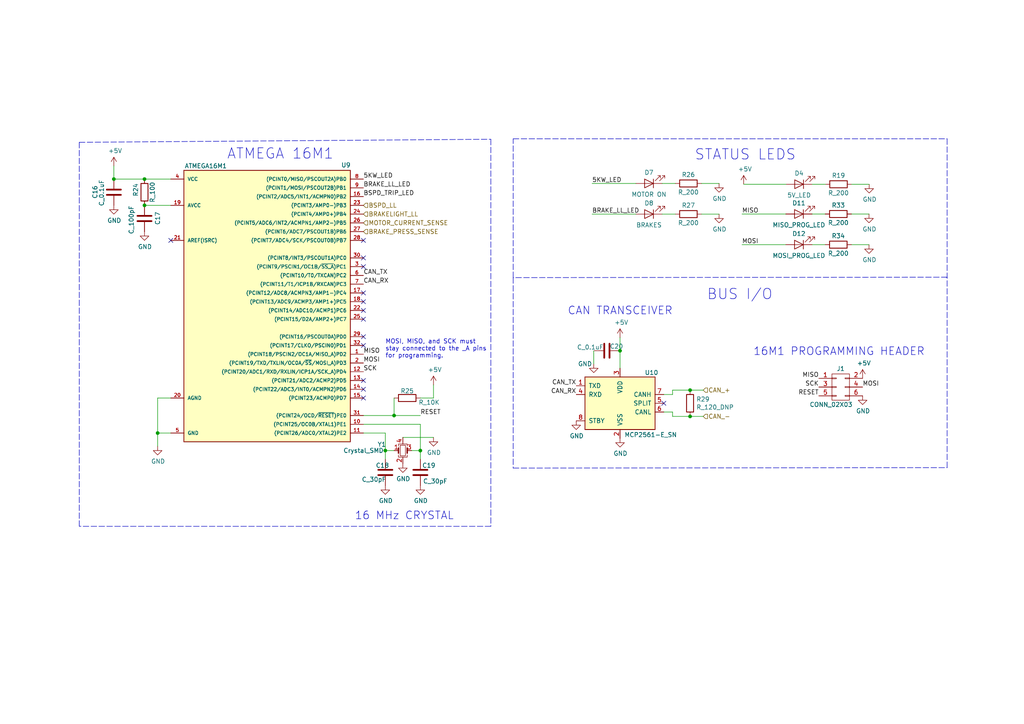
<source format=kicad_sch>
(kicad_sch (version 20211123) (generator eeschema)
  (paper "A4")
  (lib_symbols
    (symbol "formula:ATMEGA16M1" (pin_names (offset 1.016))
      (property "Reference" "U" (at -24.13 46.482 0))
      (property "Value" "ATMEGA16M1" (at 12.7 -35.56 0))
      (symbol "ATMEGA16M1_0_1"
        (rectangle (start -24.13 45.72) (end 24.13 -33.02) (stroke (width 0.254)) (fill (type background)))
      )
      (symbol "ATMEGA16M1_1_1"
        (pin bidirectional line (at 27.94 -7.62 180) (length 3.81) (name "(PCINT18/PSCIN2/OC1A/MISO_A)PD2") (number "1"))
        (pin bidirectional line (at 27.94 -27.94 180) (length 3.81) (name "(PCINT25/OC0B/XTAL1)PE1") (number "10"))
        (pin bidirectional line (at 27.94 -30.48 180) (length 3.81) (name "(PCINT26/ADC0/XTAL2)PE2") (number "11"))
        (pin bidirectional line (at 27.94 -12.7 180) (length 3.81) (name "(PCINT20/ADC1/RXD/RXLIN/ICP1A/SCK_A)PD4") (number "12"))
        (pin bidirectional line (at 27.94 -15.24 180) (length 3.81) (name "(PCINT21/ADC2/ACMP2)PD5") (number "13"))
        (pin bidirectional line (at 27.94 -17.78 180) (length 3.81) (name "(PCINT22/ADC3/INT0/ACMPN2)PD6") (number "14"))
        (pin bidirectional line (at 27.94 -20.32 180) (length 3.81) (name "(PCINT23/ACMP0)PD7") (number "15"))
        (pin bidirectional line (at 27.94 38.1 180) (length 3.81) (name "(PCINT2/ADC5/INT1/ACMPN0)PB2") (number "16"))
        (pin bidirectional line (at 27.94 10.16 180) (length 3.81) (name "(PCINT12/ADC8/ACMPN3/AMP1-)PC4") (number "17"))
        (pin bidirectional line (at 27.94 7.62 180) (length 3.81) (name "(PCINT13/ADC9/ACMP3/AMP1+)PC5") (number "18"))
        (pin power_in line (at -27.94 35.56 0) (length 3.81) (name "AVCC") (number "19"))
        (pin bidirectional line (at 27.94 -10.16 180) (length 3.81) (name "(PCINT19/TXD/TXLIN/OC0A/~{SS}/MOSI_A)PD3") (number "2"))
        (pin power_in line (at -27.94 -20.32 0) (length 3.81) (name "AGND") (number "20"))
        (pin power_in line (at -27.94 25.4 0) (length 3.81) (name "AREF(ISRC)") (number "21"))
        (pin bidirectional line (at 27.94 5.08 180) (length 3.81) (name "(PCINT14/ADC10/ACMP1)PC6") (number "22"))
        (pin bidirectional line (at 27.94 35.56 180) (length 3.81) (name "(PCINT3/AMP0-)PB3") (number "23"))
        (pin bidirectional line (at 27.94 33.02 180) (length 3.81) (name "(PCINT4/AMP0+)PB4") (number "24"))
        (pin bidirectional line (at 27.94 2.54 180) (length 3.81) (name "(PCINT15/D2A/AMP2+)PC7") (number "25"))
        (pin bidirectional line (at 27.94 30.48 180) (length 3.81) (name "(PCINT5/ADC6/INT2/ACMPN1/AMP2-)PB5") (number "26"))
        (pin bidirectional line (at 27.94 27.94 180) (length 3.81) (name "(PCINT6/ADC7/PSCOUT1B)PB6") (number "27"))
        (pin bidirectional line (at 27.94 25.4 180) (length 3.81) (name "(PCINT7/ADC4/SCK/PSCOUT0B)PB7") (number "28"))
        (pin bidirectional line (at 27.94 -2.54 180) (length 3.81) (name "(PCINT16/PSCOUT0A)PD0") (number "29"))
        (pin bidirectional line (at 27.94 17.78 180) (length 3.81) (name "(PCINT9/PSCIN1/OC1B/~{SS_A})PC1") (number "3"))
        (pin bidirectional line (at 27.94 20.32 180) (length 3.81) (name "(PCINT8/INT3/PSCOUT1A)PC0") (number "30"))
        (pin bidirectional line (at 27.94 -25.4 180) (length 3.81) (name "(PCINT24/OCD/~{RESET})PE0") (number "31"))
        (pin bidirectional line (at 27.94 -5.08 180) (length 3.81) (name "(PCINT17/CLKO/PSCIN0)PD1") (number "32"))
        (pin power_in line (at -27.94 43.18 0) (length 3.81) (name "VCC") (number "4"))
        (pin power_in line (at -27.94 -30.48 0) (length 3.81) (name "GND") (number "5"))
        (pin bidirectional line (at 27.94 15.24 180) (length 3.81) (name "(PCINT10/T0/TXCAN)PC2") (number "6"))
        (pin bidirectional line (at 27.94 12.7 180) (length 3.81) (name "(PCINT11/T1/ICP1B/RXCAN)PC3") (number "7"))
        (pin bidirectional line (at 27.94 43.18 180) (length 3.81) (name "(PCINT0/MISO/PSCOUT2A)PB0") (number "8"))
        (pin bidirectional line (at 27.94 40.64 180) (length 3.81) (name "(PCINT1/MOSI/PSCOUT2B)PB1") (number "9"))
      )
    )
    (symbol "formula:CONN_02X03" (pin_names (offset 0.0254) hide)
      (property "Reference" "J" (at 0 5.08 0))
      (property "Value" "CONN_02X03" (at 0 -5.08 0))
      (symbol "CONN_02X03_0_1"
        (rectangle (start -2.54 -2.413) (end -1.27 -2.667))
        (rectangle (start -2.54 0.127) (end -1.27 -0.127))
        (rectangle (start -2.54 2.667) (end -1.27 2.413))
        (rectangle (start -2.54 3.81) (end 2.54 -3.81))
        (rectangle (start 1.27 -2.413) (end 2.54 -2.667))
        (rectangle (start 1.27 0.127) (end 2.54 -0.127))
        (rectangle (start 1.27 2.667) (end 2.54 2.413))
      )
      (symbol "CONN_02X03_1_1"
        (pin passive line (at -6.35 2.54 0) (length 3.81) (name "P1") (number "1"))
        (pin passive line (at 6.35 2.54 180) (length 3.81) (name "P2") (number "2"))
        (pin passive line (at -6.35 0 0) (length 3.81) (name "P3") (number "3"))
        (pin passive line (at 6.35 0 180) (length 3.81) (name "P4") (number "4"))
        (pin passive line (at -6.35 -2.54 0) (length 3.81) (name "P5") (number "5"))
        (pin passive line (at 6.35 -2.54 180) (length 3.81) (name "P6") (number "6"))
      )
    )
    (symbol "formula:C_0.1uF" (pin_numbers hide) (pin_names (offset 0.254))
      (property "Reference" "C" (at 0.635 2.54 0))
      (property "Value" "C_0.1uF" (at 0.635 -2.54 0))
      (symbol "C_0.1uF_0_1"
        (polyline (pts (xy -2.032 -0.762) (xy 2.032 -0.762)) (stroke (width 0.508)))
        (polyline (pts (xy -2.032 0.762) (xy 2.032 0.762)) (stroke (width 0.508)))
      )
      (symbol "C_0.1uF_1_1"
        (pin passive line (at 0 3.81 270) (length 2.794) (name "~") (number "1"))
        (pin passive line (at 0 -3.81 90) (length 2.794) (name "~") (number "2"))
      )
    )
    (symbol "formula:C_100pF" (pin_numbers hide) (pin_names (offset 0.254))
      (property "Reference" "C" (at 0.635 2.54 0))
      (property "Value" "C_100pF" (at 0.635 -2.54 0))
      (symbol "C_100pF_0_1"
        (polyline (pts (xy -2.032 -0.762) (xy 2.032 -0.762)) (stroke (width 0.508)))
        (polyline (pts (xy -2.032 0.762) (xy 2.032 0.762)) (stroke (width 0.508)))
      )
      (symbol "C_100pF_1_1"
        (pin passive line (at 0 3.81 270) (length 2.794) (name "~") (number "1"))
        (pin passive line (at 0 -3.81 90) (length 2.794) (name "~") (number "2"))
      )
    )
    (symbol "formula:C_30pF" (pin_numbers hide) (pin_names (offset 0.254))
      (property "Reference" "C" (at 0.635 2.54 0))
      (property "Value" "C_30pF" (at 0.635 -2.54 0))
      (symbol "C_30pF_0_1"
        (polyline (pts (xy -2.032 -0.762) (xy 2.032 -0.762)) (stroke (width 0.508)))
        (polyline (pts (xy -2.032 0.762) (xy 2.032 0.762)) (stroke (width 0.508)))
      )
      (symbol "C_30pF_1_1"
        (pin passive line (at 0 3.81 270) (length 2.794) (name "~") (number "1"))
        (pin passive line (at 0 -3.81 90) (length 2.794) (name "~") (number "2"))
      )
    )
    (symbol "formula:Crystal_SMD" (pin_names (offset 1.016) hide)
      (property "Reference" "Y" (at 1.27 4.445 0))
      (property "Value" "Crystal_SMD" (at 1.27 2.54 0))
      (symbol "Crystal_SMD_0_1"
        (rectangle (start -0.762 -1.524) (end 0.762 1.524))
        (polyline (pts (xy -1.27 -0.762) (xy -1.27 0.762)) (stroke (width 0.381)))
        (polyline (pts (xy 1.27 -0.762) (xy 1.27 0.762)) (stroke (width 0.381)))
        (polyline (pts (xy -1.27 -1.27) (xy -1.27 -1.905) (xy 1.27 -1.905) (xy 1.27 -1.27)))
        (polyline (pts (xy -1.27 1.27) (xy -1.27 1.905) (xy 1.27 1.905) (xy 1.27 1.27)))
      )
      (symbol "Crystal_SMD_1_1"
        (pin passive line (at -2.54 0 0) (length 1.27) (name "1") (number "1"))
        (pin passive line (at 0 -3.81 90) (length 1.905) (name "2") (number "2"))
        (pin passive line (at 2.54 0 180) (length 1.27) (name "3") (number "3"))
        (pin passive line (at 0 3.81 270) (length 1.905) (name "4") (number "4"))
      )
    )
    (symbol "formula:LED_0805_Amber" (pin_numbers hide) (pin_names (offset 1.016) hide)
      (property "Reference" "D" (at 0 -2.54 0))
      (property "Value" "LED_0805_Amber" (at 0 2.54 0))
      (symbol "LED_0805_Amber_0_1"
        (polyline (pts (xy -1.27 -1.27) (xy -1.27 1.27)) (stroke (width 0.2032)))
        (polyline (pts (xy -1.27 0) (xy 1.27 0)))
        (polyline (pts (xy 1.27 -1.27) (xy 1.27 1.27) (xy -1.27 0) (xy 1.27 -1.27)) (stroke (width 0.2032)))
        (polyline (pts (xy -3.048 -0.762) (xy -4.572 -2.286) (xy -3.81 -2.286) (xy -4.572 -2.286) (xy -4.572 -1.524)))
        (polyline (pts (xy -1.778 -0.762) (xy -3.302 -2.286) (xy -2.54 -2.286) (xy -3.302 -2.286) (xy -3.302 -1.524)))
      )
      (symbol "LED_0805_Amber_1_1"
        (pin passive line (at -3.81 0 0) (length 2.54) (name "K") (number "1"))
        (pin passive line (at 3.81 0 180) (length 2.54) (name "A") (number "2"))
      )
    )
    (symbol "formula:MCP2561-E_SN" (pin_names (offset 1.016))
      (property "Reference" "U" (at -10.16 8.89 0))
      (property "Value" "MCP2561-E_SN" (at 2.54 8.89 0))
      (symbol "MCP2561-E_SN_0_1"
        (rectangle (start -10.16 7.62) (end 10.16 -7.62) (stroke (width 0.254)) (fill (type background)))
      )
      (symbol "MCP2561-E_SN_1_1"
        (pin input line (at -12.7 5.08 0) (length 2.54) (name "TXD") (number "1"))
        (pin power_in line (at 0 -10.16 90) (length 2.54) (name "VSS") (number "2"))
        (pin power_in line (at 0 10.16 270) (length 2.54) (name "VDD") (number "3"))
        (pin output line (at -12.7 2.54 0) (length 2.54) (name "RXD") (number "4"))
        (pin passive line (at 12.7 0 180) (length 2.54) (name "SPLIT") (number "5"))
        (pin bidirectional line (at 12.7 -2.54 180) (length 2.54) (name "CANL") (number "6"))
        (pin bidirectional line (at 12.7 2.54 180) (length 2.54) (name "CANH") (number "7"))
        (pin input line (at -12.7 -5.08 0) (length 2.54) (name "STBY") (number "8"))
      )
    )
    (symbol "formula:R_100" (pin_numbers hide) (pin_names (offset 0))
      (property "Reference" "R" (at 2.032 0 90))
      (property "Value" "R_100" (at -2.54 0 90))
      (symbol "R_100_0_1"
        (rectangle (start -1.016 -2.54) (end 1.016 2.54) (stroke (width 0.254)))
      )
      (symbol "R_100_1_1"
        (pin passive line (at 0 3.81 270) (length 1.27) (name "~") (number "1"))
        (pin passive line (at 0 -3.81 90) (length 1.27) (name "~") (number "2"))
      )
    )
    (symbol "formula:R_10K" (pin_numbers hide) (pin_names (offset 0))
      (property "Reference" "R" (at 2.032 0 90))
      (property "Value" "R_10K" (at -2.54 0 90))
      (symbol "R_10K_0_1"
        (rectangle (start -1.016 -2.54) (end 1.016 2.54) (stroke (width 0.254)))
      )
      (symbol "R_10K_1_1"
        (pin passive line (at 0 3.81 270) (length 1.27) (name "~") (number "1"))
        (pin passive line (at 0 -3.81 90) (length 1.27) (name "~") (number "2"))
      )
    )
    (symbol "formula:R_120_DNP" (pin_numbers hide) (pin_names (offset 0))
      (property "Reference" "R" (at 2.032 0 90))
      (property "Value" "R_120_DNP" (at -2.54 0 90))
      (symbol "R_120_DNP_0_1"
        (rectangle (start -1.016 -2.54) (end 1.016 2.54) (stroke (width 0.254)))
      )
      (symbol "R_120_DNP_1_1"
        (pin passive line (at 0 3.81 270) (length 1.27) (name "~") (number "1"))
        (pin passive line (at 0 -3.81 90) (length 1.27) (name "~") (number "2"))
      )
    )
    (symbol "formula:R_200" (pin_numbers hide) (pin_names (offset 0))
      (property "Reference" "R" (at 2.032 0 90))
      (property "Value" "R_200" (at -2.54 0 90))
      (symbol "R_200_0_1"
        (rectangle (start -1.016 -2.54) (end 1.016 2.54) (stroke (width 0.254)))
      )
      (symbol "R_200_1_1"
        (pin passive line (at 0 3.81 270) (length 1.27) (name "~") (number "1"))
        (pin passive line (at 0 -3.81 90) (length 1.27) (name "~") (number "2"))
      )
    )
    (symbol "power:+5V" (power) (pin_names (offset 0))
      (property "Value" "+5V" (at 0 3.556 0))
      (symbol "+5V_0_1"
        (polyline (pts (xy -0.762 1.27) (xy 0 2.54)))
        (polyline (pts (xy 0 0) (xy 0 2.54)))
        (polyline (pts (xy 0 2.54) (xy 0.762 1.27)))
      )
      (symbol "+5V_1_1"
        (pin power_in line (at 0 0 90) (length 0) hide (name "+5V") (number "1"))
      )
    )
    (symbol "power:GND" (power) (pin_names (offset 0))
      (property "Value" "GND" (at 0 -3.81 0))
      (symbol "GND_0_1"
        (polyline (pts (xy 0 0) (xy 0 -1.27) (xy 1.27 -1.27) (xy 0 -2.54) (xy -1.27 -1.27) (xy 0 -1.27)))
      )
      (symbol "GND_1_1"
        (pin power_in line (at 0 0 270) (length 0) hide (name "GND") (number "1"))
      )
    )
  )
  (junction (at 111.76 130.683))
  (junction (at 200.152 113.157))
  (junction (at 41.91 51.943))
  (junction (at 121.92 130.683))
  (junction (at 200.152 120.777))
  (junction (at 179.832 101.727))
  (junction (at 114.3 120.523))
  (junction (at 33.02 51.943))
  (junction (at 45.72 125.603))
  (junction (at 41.91 59.563))
  (no_connect (at 105.41 74.803))
  (no_connect (at 105.41 87.503))
  (no_connect (at 105.41 110.363))
  (no_connect (at 105.41 77.343))
  (no_connect (at 105.41 112.903))
  (no_connect (at 49.53 69.723))
  (no_connect (at 105.41 84.963))
  (no_connect (at 105.41 92.583))
  (no_connect (at 192.532 116.967))
  (no_connect (at 105.41 97.663))
  (no_connect (at 105.41 115.443))
  (no_connect (at 105.41 90.043))
  (no_connect (at 105.41 69.723))
  (no_connect (at 105.41 100.203))
  (wire (pts (xy 121.92 130.683) (xy 121.92 123.063)))
  (wire (pts (xy 246.9642 62.0776) (xy 252.0442 62.0776)))
  (wire (pts (xy 111.76 133.223) (xy 111.76 130.683)))
  (polyline (pts (xy 22.987 41.275) (xy 142.367 40.386)))
  (wire (pts (xy 111.76 130.683) (xy 114.3 130.683)))
  (wire (pts (xy 246.9642 70.9676) (xy 252.0442 70.9676)))
  (wire (pts (xy 171.7294 62.103) (xy 184.4294 62.103)))
  (wire (pts (xy 114.3 120.523) (xy 121.92 120.523)))
  (wire (pts (xy 33.02 51.943) (xy 41.91 51.943)))
  (wire (pts (xy 215.2142 70.9676) (xy 227.9142 70.9676)))
  (polyline (pts (xy 148.844 80.518) (xy 148.844 135.763)))
  (wire (pts (xy 121.92 130.683) (xy 121.92 133.223)))
  (wire (pts (xy 247.015 53.4416) (xy 252.095 53.4416)))
  (polyline (pts (xy 148.844 40.259) (xy 274.701 40.259)))
  (wire (pts (xy 195.072 120.777) (xy 200.152 120.777)))
  (wire (pts (xy 171.7294 53.213) (xy 184.4294 53.213)))
  (wire (pts (xy 215.2142 62.0776) (xy 227.9142 62.0776)))
  (wire (pts (xy 215.6968 53.4416) (xy 227.965 53.4416)))
  (polyline (pts (xy 274.701 40.259) (xy 274.701 80.391)))
  (polyline (pts (xy 274.701 135.636) (xy 274.701 80.518)))
  (polyline (pts (xy 148.844 135.763) (xy 274.701 135.636)))
  (wire (pts (xy 45.72 129.413) (xy 45.72 125.603)))
  (wire (pts (xy 114.3 120.523) (xy 114.3 115.443)))
  (wire (pts (xy 111.76 130.683) (xy 111.76 125.603)))
  (wire (pts (xy 111.76 125.603) (xy 105.41 125.603)))
  (wire (pts (xy 121.92 115.443) (xy 125.73 115.443)))
  (wire (pts (xy 121.92 123.063) (xy 105.41 123.063)))
  (wire (pts (xy 105.41 120.523) (xy 114.3 120.523)))
  (polyline (pts (xy 142.367 40.386) (xy 142.367 152.654)))
  (wire (pts (xy 195.072 119.507) (xy 195.072 120.777)))
  (wire (pts (xy 235.5342 70.9676) (xy 239.3442 70.9676)))
  (wire (pts (xy 200.152 120.777) (xy 203.962 120.777)))
  (wire (pts (xy 235.5342 62.0776) (xy 239.3442 62.0776)))
  (wire (pts (xy 192.0494 62.103) (xy 195.8594 62.103)))
  (wire (pts (xy 49.53 125.603) (xy 45.72 125.603)))
  (wire (pts (xy 179.832 106.807) (xy 179.832 101.727)))
  (polyline (pts (xy 274.574 80.518) (xy 274.701 80.518)))
  (wire (pts (xy 41.91 51.943) (xy 49.53 51.943)))
  (wire (pts (xy 179.832 101.727) (xy 179.832 97.917)))
  (wire (pts (xy 195.072 113.157) (xy 200.152 113.157)))
  (wire (pts (xy 200.152 113.157) (xy 203.962 113.157)))
  (polyline (pts (xy 142.367 152.654) (xy 22.987 152.654)))
  (wire (pts (xy 192.532 119.507) (xy 195.072 119.507)))
  (wire (pts (xy 125.73 115.443) (xy 125.73 111.633)))
  (wire (pts (xy 45.72 125.603) (xy 45.72 115.443)))
  (wire (pts (xy 49.53 59.563) (xy 41.91 59.563)))
  (wire (pts (xy 195.072 114.427) (xy 195.072 113.157)))
  (wire (pts (xy 116.84 126.873) (xy 125.73 126.873)))
  (wire (pts (xy 203.4794 53.213) (xy 208.5594 53.213)))
  (wire (pts (xy 192.532 114.427) (xy 195.072 114.427)))
  (wire (pts (xy 172.212 101.727) (xy 172.212 105.537)))
  (wire (pts (xy 33.02 48.133) (xy 33.02 51.943)))
  (polyline (pts (xy 148.844 80.518) (xy 148.844 40.259)))
  (polyline (pts (xy 22.987 41.275) (xy 22.987 152.654)))
  (wire (pts (xy 119.38 130.683) (xy 121.92 130.683)))
  (wire (pts (xy 45.72 115.443) (xy 49.53 115.443)))
  (wire (pts (xy 192.0494 53.213) (xy 195.8594 53.213)))
  (polyline (pts (xy 274.701 80.391) (xy 148.844 80.518)))
  (wire (pts (xy 235.585 53.4416) (xy 239.395 53.4416)))
  (wire (pts (xy 203.4794 62.103) (xy 208.5594 62.103)))
  (text "16M1 PROGRAMMING HEADER\n" (at 218.44 103.378 0) (effects (font (size 2.2606 2.2606)) (justify left bottom)))
  (text "16 MHz CRYSTAL\n" (at 102.87 151.003 0) (effects (font (size 2.2606 2.2606)) (justify left bottom)))
  (text "BUS I/O" (at 204.978 87.249 0) (effects (font (size 3 3)) (justify left bottom)))
  (text "CAN TRANSCEIVER\n" (at 164.592 91.567 0) (effects (font (size 2.2606 2.2606)) (justify left bottom)))
  (text "ATMEGA 16M1\n" (at 65.786 46.482 0) (effects (font (size 3 3)) (justify left bottom)))
  (text "STATUS LEDS" (at 201.422 46.736 0) (effects (font (size 3 3)) (justify left bottom)))
  (text "MOSI, MISO, and SCK must\nstay connected to the _A pins\nfor programming." (at 111.76 104.013 0) (effects (font (size 1.27 1.27)) (justify left bottom)))
  (label "MOSI" (at 250.19 112.268 0))
  (label "5KW_LED" (at 171.7294 53.213 0))
  (label "RESET" (at 237.49 114.808 180))
  (label "MISO" (at 237.49 109.728 180))
  (label "BSPD_TRIP_LED" (at 105.41 57.023 0))
  (label "MISO" (at 215.2142 62.0776 0))
  (label "MISO" (at 105.41 102.743 0))
  (label "CAN_RX" (at 105.41 82.423 0))
  (label "CAN_TX" (at 105.41 79.883 0))
  (label "CAN_TX" (at 167.132 111.887 180))
  (label "BRAKE_LL_LED" (at 105.41 54.483 0))
  (label "RESET" (at 121.92 120.523 0))
  (label "SCK" (at 105.41 107.823 0))
  (label "CAN_RX" (at 167.132 114.427 180))
  (label "SCK" (at 237.49 112.268 180))
  (label "MOSI" (at 215.2142 70.9676 0))
  (label "BRAKE_LL_LED" (at 171.7294 62.103 0))
  (label "MOSI" (at 105.41 105.283 0))
  (label "5KW_LED" (at 105.41 51.943 0))
  (hierarchical_label "CAN_+" (shape input) (at 203.962 113.157 0))
  (hierarchical_label "CAN_-" (shape input) (at 203.962 120.777 0))
  (hierarchical_label "BRAKE_PRESS_SENSE" (shape input) (at 105.41 67.183 0))
  (hierarchical_label "MOTOR_CURRENT_SENSE" (shape input) (at 105.41 64.643 0))
  (hierarchical_label "BRAKELIGHT_LL" (shape input) (at 105.41 62.103 0))
  (hierarchical_label "BSPD_LL" (shape input) (at 105.41 59.563 0))
  (symbol (lib_id "power:GND") (at 33.02 59.563 0) (unit 1)
    (property "Reference" "#PWR?" (effects hide))
    (property "Value" "GND" (at 33.147 63.9572 0))
  )
  (symbol (lib_id "formula:LED_0805_Amber") (at 231.7242 70.9676 180) (unit 1)
    (property "Reference" "D12" (at 231.7242 67.7926 0))
    (property "Value" "MOSI_PROG_LED" (at 231.7242 74.1426 0))
    (property "Footprint" "footprints:LED_0805_OEM" (effects hide))
    (property "Datasheet" "https://media.digikey.com/pdf/Data%20Sheets/Chicago%20Miniature%20Lamps%20PDFs/CMDA5_Series_Rev_Aug_2014.pdf" (effects hide))
    (property "MFN" "DK" (effects hide))
    (property "MPN" "L71517CT-ND" (effects hide))
    (property "PurchasingLink" "https://www.digikey.com/product-detail/en/visual-communications-company-vcc/CMDA5DY7D1S/L71517CT-ND/614867" (effects hide))
  )
  (symbol (lib_id "power:GND") (at 111.76 140.843 0) (unit 1)
    (property "Reference" "#PWR?" (effects hide))
    (property "Value" "GND" (at 111.887 145.2372 0))
  )
  (symbol (lib_id "formula:C_100pF") (at 41.91 63.373 0) (unit 1)
    (property "Reference" "C17" (at 45.72 65.278 90) (effects (justify left)))
    (property "Value" "C_100pF" (at 38.1 67.945 90) (effects (justify left)))
    (property "Footprint" "footprints:C_0805_OEM" (effects hide))
    (property "Datasheet" "https://katalog.we-online.de/pbs/datasheet/885012007057.pdf" (effects hide))
    (property "MFN" "DK" (effects hide))
    (property "MPN" "732-7852-1-ND" (effects hide))
    (property "PurchasingLink" "https://www.digikey.com/product-detail/en/wurth-electronics-inc/885012007057/732-7852-1-ND/5454479" (effects hide))
  )
  (symbol (lib_id "formula:CONN_02X03") (at 243.84 112.268 0) (unit 1)
    (property "Reference" "J1" (at 243.84 106.934 0))
    (property "Value" "CONN_02X03" (at 241.046 117.348 0))
    (property "Footprint" "footprints:Pin_Header_Straight_2x03" (effects hide))
    (property "Datasheet" "http://portal.fciconnect.com/Comergent//fci/drawing/67996.pdf" (effects hide))
    (property "MFN" "DK" (effects hide))
    (property "MPN" "609-3234-ND" (effects hide))
    (property "PurchasingLink" "https://www.digikey.com/product-detail/en/amphenol-fci/67997-206HLF/609-3234-ND/1878491" (effects hide))
  )
  (symbol (lib_id "power:GND") (at 208.5594 53.213 0) (unit 1)
    (property "Reference" "#PWR?" (effects hide))
    (property "Value" "GND" (at 208.6864 57.6072 0))
  )
  (symbol (lib_id "formula:LED_0805_Amber") (at 188.2394 62.103 180) (unit 1)
    (property "Reference" "D8" (at 188.2394 58.928 0))
    (property "Value" "BRAKES" (at 188.2394 65.278 0))
    (property "Footprint" "footprints:LED_0805_OEM" (effects hide))
    (property "Datasheet" "https://media.digikey.com/pdf/Data%20Sheets/Chicago%20Miniature%20Lamps%20PDFs/CMDA5_Series_Rev_Aug_2014.pdf" (effects hide))
    (property "MFN" "DK" (effects hide))
    (property "MPN" "L71517CT-ND" (effects hide))
    (property "PurchasingLink" "https://www.digikey.com/product-detail/en/visual-communications-company-vcc/CMDA5DY7D1S/L71517CT-ND/614867" (effects hide))
  )
  (symbol (lib_id "formula:MCP2561-E_SN") (at 179.832 116.967 0) (unit 1)
    (property "Reference" "U10" (at 188.976 108.077 0))
    (property "Value" "MCP2561-E_SN" (at 188.722 126.111 0))
    (property "Footprint" "footprints:SOIC-8_3.9x4.9mm_Pitch1.27mm_OEM" (effects hide))
    (property "Datasheet" "http://www.microchip.com/mymicrochip/filehandler.aspx?ddocname=en561044" (effects hide))
    (property "MFN" "DK" (effects hide))
    (property "MPN" "MCP2561-E/SN-ND" (effects hide))
    (property "PurchasingLink" "https://www.digikey.com/products/en?keywords=mcp2561-e%2Fsn" (effects hide))
  )
  (symbol (lib_id "power:GND") (at 167.132 122.047 0) (unit 1)
    (property "Reference" "#PWR?" (effects hide))
    (property "Value" "GND" (at 167.259 126.4412 0))
  )
  (symbol (lib_id "formula:ATMEGA16M1") (at 77.47 95.123 0) (unit 1)
    (property "Reference" "U9" (at 100.33 47.879 0))
    (property "Value" "ATMEGA16M1" (at 59.69 48.133 0))
    (property "Footprint" "footprints:TQFP-32_7x7mm_Pitch0.8mm" (effects hide))
    (property "Datasheet" "http://ww1.microchip.com/downloads/en/DeviceDoc/Atmel-8209-8-bit%20AVR%20ATmega16M1-32M1-64M1_Datasheet.pdf" (effects hide))
    (property "MFN" "DK" (effects hide))
    (property "MPN" "ATMEGA16M1-AU-ND" (effects hide))
    (property "PurchasingLink" "https://www.digikey.com/product-detail/en/atmel/ATMEGA16M1-AU/ATMEGA16M1-AU-ND/2271208" (effects hide))
  )
  (symbol (lib_id "formula:C_0.1uF") (at 176.022 101.727 270) (unit 1)
    (property "Reference" "C20" (at 178.816 100.457 90))
    (property "Value" "C_0.1uF" (at 171.196 100.711 90))
    (property "Footprint" "footprints:C_0805_OEM" (effects hide))
    (property "Datasheet" "http://datasheets.avx.com/X7RDielectric.pdf" (effects hide))
    (property "MFN" "DK" (effects hide))
    (property "MPN" "478-3352-1-ND" (effects hide))
    (property "PurchasingLink" "https://www.digikey.com/products/en?keywords=478-3352-1-ND" (effects hide))
  )
  (symbol (lib_id "power:+5V") (at 33.02 48.133 0) (unit 1)
    (property "Reference" "#PWR?" (effects hide))
    (property "Value" "+5V" (at 33.401 43.7388 0))
  )
  (symbol (lib_id "formula:C_30pF") (at 121.92 137.033 0) (unit 1)
    (property "Reference" "C19" (at 122.428 135.001 0) (effects (justify left)))
    (property "Value" "C_30pF" (at 122.682 139.573 0) (effects (justify left)))
    (property "Footprint" "footprints:C_0805_OEM" (effects hide))
    (property "Datasheet" "https://media.digikey.com/pdf/Data%20Sheets/Samsung%20PDFs/CL_Series_MLCC_ds.pdf" (effects hide))
    (property "MFN" "DK" (effects hide))
    (property "MPN" "1276-1130-1-ND" (effects hide))
    (property "PurchasingLink" "https://www.digikey.com/product-detail/en/samsung-electro-mechanics-america-inc/CL21C300JBANNNC/1276-1130-1-ND/3889216" (effects hide))
  )
  (symbol (lib_id "formula:C_0.1uF") (at 33.02 55.753 0) (unit 1)
    (property "Reference" "C16" (at 27.559 57.658 90) (effects (justify left)))
    (property "Value" "C_0.1uF" (at 29.464 59.817 90) (effects (justify left)))
    (property "Footprint" "footprints:C_0805_OEM" (effects hide))
    (property "Datasheet" "http://datasheets.avx.com/X7RDielectric.pdf" (effects hide))
    (property "MFN" "DK" (effects hide))
    (property "MPN" "478-3352-1-ND" (effects hide))
    (property "PurchasingLink" "https://www.digikey.com/products/en?keywords=478-3352-1-ND" (effects hide))
  )
  (symbol (lib_id "formula:R_120_DNP") (at 200.152 116.967 0) (unit 1)
    (property "Reference" "R29" (at 201.93 115.7986 0) (effects (justify left)))
    (property "Value" "R_120_DNP" (at 201.93 118.11 0) (effects (justify left)))
    (property "Footprint" "footprints:R_0805_OEM" (effects hide))
    (property "Datasheet" "https://www.mouser.com/datasheet/2/315/AOA0000C304-1149620.pdf" (effects hide))
    (property "MFN" "DK" (effects hide))
    (property "MPN" "667-ERJ-6ENF1200V" (effects hide))
    (property "PurchasingLink" "https://www.mouser.com/ProductDetail/Panasonic-Industrial-Devices/ERJ-6ENF1200V?qs=sGAEpiMZZMvdGkrng054t8AJgcdMkx7x%252bFQnctTMUmU%3d" (effects hide))
  )
  (symbol (lib_id "formula:LED_0805_Amber") (at 231.775 53.4416 180) (unit 1)
    (property "Reference" "D4" (at 231.775 50.2666 0))
    (property "Value" "5V_LED" (at 231.775 56.6166 0))
    (property "Footprint" "footprints:LED_0805_OEM" (effects hide))
    (property "Datasheet" "https://media.digikey.com/pdf/Data%20Sheets/Chicago%20Miniature%20Lamps%20PDFs/CMDA5_Series_Rev_Aug_2014.pdf" (effects hide))
    (property "MFN" "DK" (effects hide))
    (property "MPN" "L71517CT-ND" (effects hide))
    (property "PurchasingLink" "https://www.digikey.com/product-detail/en/visual-communications-company-vcc/CMDA5DY7D1S/L71517CT-ND/614867" (effects hide))
  )
  (symbol (lib_id "power:GND") (at 45.72 129.413 0) (unit 1)
    (property "Reference" "#PWR?" (effects hide))
    (property "Value" "GND" (at 45.847 133.8072 0))
  )
  (symbol (lib_id "power:GND") (at 252.095 53.4416 0) (unit 1)
    (property "Reference" "#PWR?" (effects hide))
    (property "Value" "GND" (at 252.222 57.8358 0))
  )
  (symbol (lib_id "power:GND") (at 250.19 114.808 0) (unit 1)
    (property "Reference" "#PWR?" (effects hide))
    (property "Value" "GND" (at 250.317 119.2022 0))
  )
  (symbol (lib_id "formula:LED_0805_Amber") (at 231.7242 62.0776 180) (unit 1)
    (property "Reference" "D11" (at 231.7242 58.9026 0))
    (property "Value" "MISO_PROG_LED" (at 231.7242 65.2526 0))
    (property "Footprint" "footprints:LED_0805_OEM" (effects hide))
    (property "Datasheet" "https://media.digikey.com/pdf/Data%20Sheets/Chicago%20Miniature%20Lamps%20PDFs/CMDA5_Series_Rev_Aug_2014.pdf" (effects hide))
    (property "MFN" "DK" (effects hide))
    (property "MPN" "L71517CT-ND" (effects hide))
    (property "PurchasingLink" "https://www.digikey.com/product-detail/en/visual-communications-company-vcc/CMDA5DY7D1S/L71517CT-ND/614867" (effects hide))
  )
  (symbol (lib_id "power:+5V") (at 250.19 109.728 0) (unit 1)
    (property "Reference" "#PWR?" (effects hide))
    (property "Value" "+5V" (at 250.571 105.3338 0))
  )
  (symbol (lib_id "power:GND") (at 116.84 134.493 0) (unit 1)
    (property "Reference" "#PWR?" (effects hide))
    (property "Value" "GND" (at 116.967 138.8872 0))
  )
  (symbol (lib_id "formula:R_200") (at 243.205 53.4416 90) (unit 1)
    (property "Reference" "R19" (at 243.205 50.9016 90))
    (property "Value" "R_200" (at 243.205 55.9816 90))
    (property "Footprint" "footprints:R_0805_OEM" (effects hide))
    (property "Datasheet" "https://www.seielect.com/Catalog/SEI-RMCF_RMCP.pdf" (effects hide))
    (property "MFN" "DK" (effects hide))
    (property "MPN" "RMCF0805JT200RCT-ND" (effects hide))
    (property "PurchasingLink" "https://www.digikey.com/products/en?keywords=RMCF0805JT200RCT-ND" (effects hide))
  )
  (symbol (lib_id "power:GND") (at 252.0442 62.0776 0) (unit 1)
    (property "Reference" "#PWR?" (effects hide))
    (property "Value" "GND" (at 252.1712 66.4718 0))
  )
  (symbol (lib_id "formula:R_100") (at 41.91 55.753 0) (unit 1)
    (property "Reference" "R24" (at 39.37 57.023 90) (effects (justify left)))
    (property "Value" "R_100" (at 44.196 58.801 90) (effects (justify left)))
    (property "Footprint" "footprints:R_0805_OEM" (effects hide))
    (property "Datasheet" "https://www.seielect.com/Catalog/SEI-rncp.pdf" (effects hide))
    (property "MFN" "DK" (effects hide))
    (property "MPN" "RNCP0805FTD100RCT-ND" (effects hide))
    (property "PurchasingLink" "https://www.digikey.com/products/en?keywords=RNCP0805FTD100RCT-ND" (effects hide))
  )
  (symbol (lib_id "formula:R_10K") (at 118.11 115.443 270) (unit 1)
    (property "Reference" "R25" (at 118.11 113.411 90))
    (property "Value" "R_10K" (at 124.46 116.713 90))
    (property "Footprint" "footprints:R_0805_OEM" (effects hide))
    (property "Datasheet" "http://www.bourns.com/data/global/pdfs/CRS.pdf" (effects hide))
    (property "MFN" "DK" (effects hide))
    (property "MPN" "CRS0805-FX-1002ELFCT-ND" (effects hide))
    (property "PurchasingLink" "https://www.digikey.com/products/en?keywords=CRS0805-FX-1002ELFCT-ND" (effects hide))
  )
  (symbol (lib_id "power:GND") (at 252.0442 70.9676 0) (unit 1)
    (property "Reference" "#PWR?" (effects hide))
    (property "Value" "GND" (at 252.1712 75.3618 0))
  )
  (symbol (lib_id "formula:R_200") (at 199.6694 62.103 90) (unit 1)
    (property "Reference" "R27" (at 199.6694 59.563 90))
    (property "Value" "R_200" (at 199.6694 64.643 90))
    (property "Footprint" "footprints:R_0805_OEM" (effects hide))
    (property "Datasheet" "https://www.seielect.com/Catalog/SEI-RMCF_RMCP.pdf" (effects hide))
    (property "MFN" "DK" (effects hide))
    (property "MPN" "RMCF0805JT200RCT-ND" (effects hide))
    (property "PurchasingLink" "https://www.digikey.com/products/en?keywords=RMCF0805JT200RCT-ND" (effects hide))
  )
  (symbol (lib_id "formula:Crystal_SMD") (at 116.84 130.683 0) (unit 1)
    (property "Reference" "Y1" (at 109.474 128.905 0) (effects (justify left)))
    (property "Value" "Crystal_SMD" (at 99.568 130.683 0) (effects (justify left)))
    (property "Footprint" "footprints:Crystal_SMD_FA238" (effects hide))
    (property "Datasheet" "http://www.txccorp.com/download/products/quartz_crystals/2015TXC_7M_17.pdf" (effects hide))
    (property "MFN" "DK" (effects hide))
    (property "MPN" "887-1125-1-ND" (effects hide))
    (property "PurchasingLink" "https://www.digikey.com/product-detail/en/txc-corporation/7M-16.000MAAJ-T/887-1125-1-ND/2119014" (effects hide))
  )
  (symbol (lib_id "formula:R_200") (at 199.6694 53.213 90) (unit 1)
    (property "Reference" "R26" (at 199.6694 50.673 90))
    (property "Value" "R_200" (at 199.6694 55.753 90))
    (property "Footprint" "footprints:R_0805_OEM" (effects hide))
    (property "Datasheet" "https://www.seielect.com/Catalog/SEI-RMCF_RMCP.pdf" (effects hide))
    (property "MFN" "DK" (effects hide))
    (property "MPN" "RMCF0805JT200RCT-ND" (effects hide))
    (property "PurchasingLink" "https://www.digikey.com/products/en?keywords=RMCF0805JT200RCT-ND" (effects hide))
  )
  (symbol (lib_id "power:+5V") (at 179.832 97.917 0) (unit 1)
    (property "Reference" "#PWR?" (effects hide))
    (property "Value" "+5V" (at 180.213 93.5228 0))
  )
  (symbol (lib_id "formula:LED_0805_Amber") (at 188.2394 53.213 180) (unit 1)
    (property "Reference" "D7" (at 188.2394 50.038 0))
    (property "Value" "MOTOR ON" (at 188.2394 56.388 0))
    (property "Footprint" "footprints:LED_0805_OEM" (effects hide))
    (property "Datasheet" "https://media.digikey.com/pdf/Data%20Sheets/Chicago%20Miniature%20Lamps%20PDFs/CMDA5_Series_Rev_Aug_2014.pdf" (effects hide))
    (property "MFN" "DK" (effects hide))
    (property "MPN" "L71517CT-ND" (effects hide))
    (property "PurchasingLink" "https://www.digikey.com/product-detail/en/visual-communications-company-vcc/CMDA5DY7D1S/L71517CT-ND/614867" (effects hide))
  )
  (symbol (lib_id "formula:R_200") (at 243.1542 70.9676 90) (unit 1)
    (property "Reference" "R34" (at 243.1542 68.4276 90))
    (property "Value" "R_200" (at 243.1542 73.5076 90))
    (property "Footprint" "footprints:R_0805_OEM" (effects hide))
    (property "Datasheet" "https://www.seielect.com/Catalog/SEI-RMCF_RMCP.pdf" (effects hide))
    (property "MFN" "DK" (effects hide))
    (property "MPN" "RMCF0805JT200RCT-ND" (effects hide))
    (property "PurchasingLink" "https://www.digikey.com/products/en?keywords=RMCF0805JT200RCT-ND" (effects hide))
  )
  (symbol (lib_id "power:GND") (at 179.832 127.127 0) (unit 1)
    (property "Reference" "#PWR?" (effects hide))
    (property "Value" "GND" (at 179.959 131.5212 0))
  )
  (symbol (lib_id "power:GND") (at 121.92 140.843 0) (unit 1)
    (property "Reference" "#PWR?" (effects hide))
    (property "Value" "GND" (at 122.047 145.2372 0))
  )
  (symbol (lib_id "formula:C_30pF") (at 111.76 137.033 0) (unit 1)
    (property "Reference" "C18" (at 108.966 135.001 0) (effects (justify left)))
    (property "Value" "C_30pF" (at 104.902 139.065 0) (effects (justify left)))
    (property "Footprint" "footprints:C_0805_OEM" (effects hide))
    (property "Datasheet" "https://media.digikey.com/pdf/Data%20Sheets/Samsung%20PDFs/CL_Series_MLCC_ds.pdf" (effects hide))
    (property "MFN" "DK" (effects hide))
    (property "MPN" "1276-1130-1-ND" (effects hide))
    (property "PurchasingLink" "https://www.digikey.com/product-detail/en/samsung-electro-mechanics-america-inc/CL21C300JBANNNC/1276-1130-1-ND/3889216" (effects hide))
  )
  (symbol (lib_id "power:GND") (at 125.73 126.873 0) (unit 1)
    (property "Reference" "#PWR?" (effects hide))
    (property "Value" "GND" (at 125.857 131.2672 0))
  )
  (symbol (lib_id "power:GND") (at 41.91 67.183 0) (unit 1)
    (property "Reference" "#PWR?" (effects hide))
    (property "Value" "GND" (at 42.037 71.5772 0))
  )
  (symbol (lib_id "power:GND") (at 208.5594 62.103 0) (unit 1)
    (property "Reference" "#PWR?" (effects hide))
    (property "Value" "GND" (at 208.6864 66.4972 0))
  )
  (symbol (lib_id "power:+5V") (at 215.6968 53.4416 0) (unit 1)
    (property "Reference" "#PWR?" (effects hide))
    (property "Value" "+5V" (at 216.0778 49.0474 0))
  )
  (symbol (lib_id "power:GND") (at 172.212 105.537 0) (unit 1)
    (property "Reference" "#PWR?" (effects hide))
    (property "Value" "GND" (at 169.672 105.537 0))
  )
  (symbol (lib_id "power:+5V") (at 125.73 111.633 0) (unit 1)
    (property "Reference" "#PWR?" (effects hide))
    (property "Value" "+5V" (at 126.111 107.2388 0))
  )
  (symbol (lib_id "formula:R_200") (at 243.1542 62.0776 90) (unit 1)
    (property "Reference" "R33" (at 243.1542 59.5376 90))
    (property "Value" "R_200" (at 243.1542 64.6176 90))
    (property "Footprint" "footprints:R_0805_OEM" (effects hide))
    (property "Datasheet" "https://www.seielect.com/Catalog/SEI-RMCF_RMCP.pdf" (effects hide))
    (property "MFN" "DK" (effects hide))
    (property "MPN" "RMCF0805JT200RCT-ND" (effects hide))
    (property "PurchasingLink" "https://www.digikey.com/products/en?keywords=RMCF0805JT200RCT-ND" (effects hide))
  )
)
</source>
